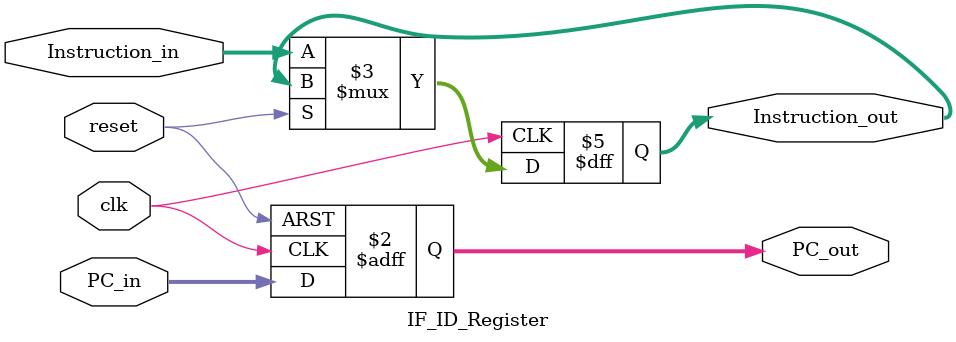
<source format=v>
`timescale 1ns / 1ps

module IF_ID_Register(
    input clk,
    input reset,
    input [63:0] PC_in,
    input [31:0] Instruction_in,
    output reg [63:0] PC_out,
    output reg [31:0] Instruction_out
);
    always @(posedge clk or posedge reset) begin  // FIXED: Added "or posedge reset"
        if (reset) begin
            PC_out <= 64'd0;
//            Instruction_out <= 32'h00000013;  // NOP (addi x0, x0, 0)
        end
        else begin
            PC_out <= PC_in;
            Instruction_out <= Instruction_in;
        end
    end
endmodule
</source>
